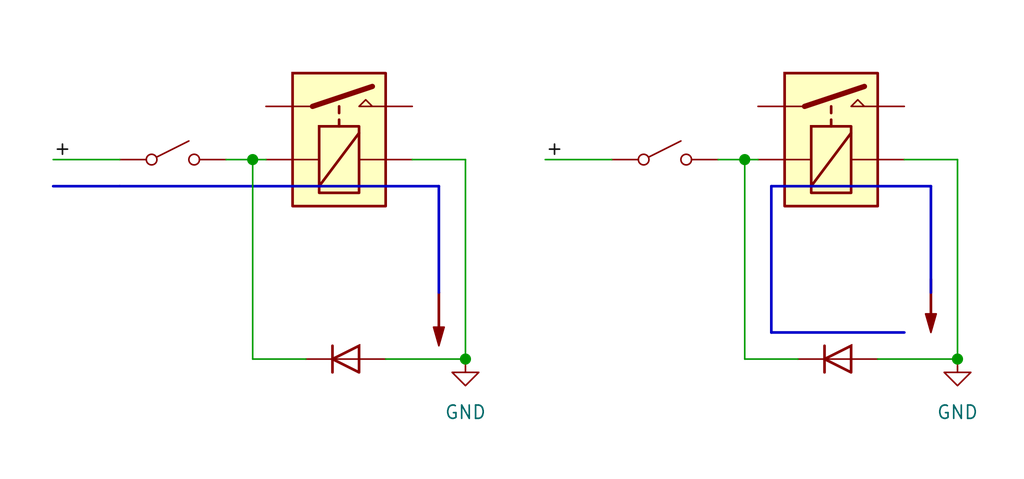
<source format=kicad_sch>
(kicad_sch (version 20250114) (generator "eeschema") (generator_version "9.0")
  (paper "User" 97.79 45.72)
  (lib_symbols
    (symbol "4PDT_1" (pin_numbers (hide yes)) (pin_names (hide yes))
      (symbol "4PDT_1_0_1"
        (rectangle (start 5.08 -10.795) (end 13.97 -23.495) (stroke (width 0.254)) (fill (type background)))
        (polyline (pts (xy 5.08 -13.97) (xy 6.985 -13.97)))
        (polyline (pts (xy 5.08 -19.05) (xy 7.62 -19.05)))
        (polyline (pts (xy 6.985 -13.97) (xy 12.7 -12.065)) (stroke (width 0.508)))
        (polyline (pts (xy 7.62 -21.59) (xy 11.43 -16.51)) (stroke (width 0.254)))
        (polyline (pts (xy 9.525 -14.605) (xy 9.525 -13.97)) (stroke (width 0.254)))
        (polyline (pts (xy 9.525 -15.875) (xy 9.525 -15.24)) (stroke (width 0.254)))
        (polyline (pts (xy 11.43 -19.05) (xy 13.97 -19.05)))
        (polyline (pts (xy 13.97 -13.97) (xy 11.43 -13.97) (xy 12.065 -13.335) (xy 12.7 -13.97)))
      )
      (symbol "4PDT_1_1_1"
        (rectangle (start 11.43 -15.875) (end 7.62 -22.225) (stroke (width 0.254)))
        (pin passive line (at 2.54 -13.97 0) (length 2.54) (name "") (number "12"))
        (pin passive line (at 2.54 -19.05 0) (length 2.54) (name "") (number "14"))
        (pin passive line (at 16.51 -13.97 180) (length 2.54) (name "") (number "8"))
        (pin passive line (at 16.51 -19.05 180) (length 2.54) (name "") (number "13"))
      )
    )
    (symbol "Diode:1N4148" (pin_numbers (hide yes)) (pin_names (hide yes))
      (property "Reference" "D" (at 0 2.54 0))
      (property "Value" "1N4148" (at 0 -2.54 0))
      (symbol "1N4148_0_1"
        (polyline (pts (xy -1.27 1.27) (xy -1.27 -1.27)) (stroke (width 0.254)))
        (polyline (pts (xy 1.27 1.27) (xy 1.27 -1.27) (xy -1.27 0) (xy 1.27 1.27)) (stroke (width 0.254)))
        (polyline (pts (xy 1.27 0) (xy -1.27 0)))
      )
      (symbol "1N4148_1_1"
        (pin passive line (at -3.81 0 0) (length 2.54) (name "K") (number "1"))
        (pin passive line (at 3.81 0 180) (length 2.54) (name "A") (number "2"))
      )
    )
    (symbol "Graphic:SYM_Arrow_Normal" (in_bom no) (on_board no)
      (symbol "SYM_Arrow_Normal_0_1"
        (polyline (pts (xy 1.524 0) (xy -2.54 0)) (stroke (width 0.254)))
        (polyline (pts (xy 2.54 0) (xy 0.762 -0.508) (xy 0.762 0.508) (xy 2.54 0)) (fill (type outline)))
      )
    )
    (symbol "SW_DPST_x2_1" (pin_numbers (hide yes)) (pin_names (offset 0) (hide yes))
      (property "Reference" "SW" (at 0 3.175 0))
      (property "Value" "SW_DPST_x2" (at 0 -2.54 0))
      (symbol "SW_DPST_x2_1_0_0"
        (circle (center -2.032 0) (radius 0.508))
        (polyline (pts (xy -1.524 0.254) (xy 1.524 1.778)))
        (circle (center 2.032 0) (radius 0.508))
      )
      (symbol "SW_DPST_x2_1_1_1"
        (pin passive line (at -5.08 0 0) (length 2.54) (name "A") (number "1"))
        (pin passive line (at 5.08 0 180) (length 2.54) (name "B") (number "2"))
      )
      (symbol "SW_DPST_x2_1_2_1"
        (pin passive line (at -5.08 0 0) (length 2.54) (name "A") (number "3"))
        (pin passive line (at 5.08 0 180) (length 2.54) (name "B") (number "4"))
      )
    )
    (symbol "Switch:SW_DPST_x2" (pin_numbers (hide yes)) (pin_names (offset 0) (hide yes))
      (property "Reference" "SW" (at 0 3.175 0))
      (property "Value" "SW_DPST_x2" (at 0 -2.54 0))
      (symbol "SW_DPST_x2_0_0"
        (circle (center -2.032 0) (radius 0.508))
        (polyline (pts (xy -1.524 0.254) (xy 1.524 1.778)))
        (circle (center 2.032 0) (radius 0.508))
      )
      (symbol "SW_DPST_x2_1_1"
        (pin passive line (at -5.08 0 0) (length 2.54) (name "A") (number "1"))
        (pin passive line (at 5.08 0 180) (length 2.54) (name "B") (number "2"))
      )
      (symbol "SW_DPST_x2_2_1"
        (pin passive line (at -5.08 0 0) (length 2.54) (name "A") (number "3"))
        (pin passive line (at 5.08 0 180) (length 2.54) (name "B") (number "4"))
      )
    )
    (symbol "power:GND" (power) (pin_numbers (hide yes)) (pin_names (offset 0) (hide yes))
      (property "Value" "GND" (at 0 -3.81 0))
      (symbol "GND_0_1"
        (polyline (pts (xy 0 0) (xy 0 -1.27) (xy 1.27 -1.27) (xy 0 -2.54) (xy -1.27 -1.27) (xy 0 -1.27)))
      )
      (symbol "GND_1_1"
        (pin power_in line (at 0 0 270) (length 0) (name "~") (number "1"))
      )
    )
  )
  (junction (at 71.12 15.24))
  (junction (at 44.45 34.29))
  (junction (at 24.13 15.24))
  (junction (at 91.44 34.29))
  (wire (pts (xy 29.21 34.29) (xy 24.13 34.29)))
  (wire (pts (xy 36.83 34.29) (xy 44.45 34.29)))
  (wire (pts (xy 52.07 15.24) (xy 58.42 15.24)))
  (wire (pts (xy 24.13 34.29) (xy 24.13 15.24)))
  (wire (pts (xy 71.12 15.24) (xy 72.39 15.24)))
  (wire (pts (xy 68.58 15.24) (xy 71.12 15.24)))
  (wire (pts (xy 44.45 15.24) (xy 44.45 34.29)))
  (polyline (pts (xy 41.91 17.78) (xy 41.91 27.94)) (stroke (width 0.254) (type solid)))
  (polyline (pts (xy 73.66 17.78) (xy 73.66 31.75)) (stroke (width 0.254) (type solid)))
  (wire (pts (xy 71.12 34.29) (xy 71.12 15.24)))
  (wire (pts (xy 21.59 15.24) (xy 24.13 15.24)))
  (wire (pts (xy 24.13 15.24) (xy 25.4 15.24)))
  (wire (pts (xy 83.82 34.29) (xy 91.44 34.29)))
  (wire (pts (xy 44.45 15.24) (xy 39.37 15.24)))
  (wire (pts (xy 76.2 34.29) (xy 71.12 34.29)))
  (wire (pts (xy 91.44 15.24) (xy 86.36 15.24)))
  (wire (pts (xy 5.08 15.24) (xy 11.43 15.24)))
  (polyline (pts (xy 73.66 17.78) (xy 88.9 17.78)) (stroke (width 0.254) (type solid)))
  (polyline (pts (xy 88.9 17.78) (xy 88.9 27.94)) (stroke (width 0.254) (type solid)))
  (polyline (pts (xy 5.08 17.78) (xy 11.43 17.78)) (stroke (width 0.254) (type solid)))
  (polyline (pts (xy 11.43 17.78) (xy 41.91 17.78)) (stroke (width 0.254) (type solid)))
  (wire (pts (xy 91.44 15.24) (xy 91.44 34.29)))
  (polyline (pts (xy 73.66 31.75) (xy 86.36 31.75)) (stroke (width 0.254) (type solid)))
  (label "+" (at 52.07 15.24 0))
  (label "+" (at 5.08 15.24 0))
  (symbol (lib_id "power:GND") (at 91.44 34.29 0) (unit 1)
    (property "Reference" "#PWR02" (effects (hide yes)))
    (property "Value" "GND" (at 91.44 39.37 0))
    (property "Description" "Power symbol creates a global label with name \"GND\" , ground" (effects (hide yes)))
  )
  (symbol (lib_name "4PDT_1") (lib_id "relay:4PDT") (at 22.86 -3.81 0) (unit 1)
    (property "Reference" "K2" (effects (hide yes)))
    (property "Value" "4PDT" (effects (hide yes)))
    (property "Footprint" "relay:MY4N socket" (effects (hide yes)))
    (property "Datasheet" "https://edata.omron.com.au/eData/Relays/J111-E1-03.pdf" (effects (hide yes)))
  )
  (symbol (lib_name "4PDT_1") (lib_id "relay:4PDT") (at 69.85 -3.81 0) (unit 1)
    (property "Reference" "K3" (effects (hide yes)))
    (property "Value" "4PDT" (effects (hide yes)))
    (property "Footprint" "relay:MY4N socket" (effects (hide yes)))
    (property "Datasheet" "https://edata.omron.com.au/eData/Relays/J111-E1-03.pdf" (effects (hide yes)))
  )
  (symbol (lib_id "Diode:1N4148") (at 80.01 34.29 0) (unit 1)
    (property "Reference" "D2" (effects (hide yes)))
    (property "Value" "1N4148" (effects (hide yes)))
    (property "Footprint" "Diode_THT:D_DO-35_SOD27_P7.62mm_Horizontal" (effects (hide yes)))
    (property "Datasheet" "https://assets.nexperia.com/documents/data-sheet/1N4148_1N4448.pdf" (effects (hide yes)))
    (property "Description" "100V 0.15A standard switching diode, DO-35" (effects (hide yes)))
    (property "Sim.Device" "D" (effects (hide yes)))
    (property "Sim.Pins" "1=K 2=A" (effects (hide yes)))
  )
  (symbol (lib_id "power:GND") (at 44.45 34.29 0) (unit 1)
    (property "Reference" "#PWR01" (effects (hide yes)))
    (property "Value" "GND" (at 44.45 39.37 0))
    (property "Description" "Power symbol creates a global label with name \"GND\" , ground" (effects (hide yes)))
  )
  (symbol (lib_id "Switch:SW_DPST_x2") (at 63.5 15.24 0) (unit 1)
    (property "Reference" "SW2" (effects (hide yes)))
    (property "Value" "SW_DPST_x2" (effects (hide yes)))
    (property "Description" "Single Pole Single Throw (SPST) switch, separate symbol" (effects (hide yes)))
  )
  (symbol (lib_id "Graphic:SYM_Arrow_Normal") (at 88.9 29.21 270) (unit 1) (exclude_from_sim yes) (in_bom no) (on_board no)
    (property "Reference" "#SYM2" (effects (hide yes)))
    (property "Value" "SYM_Arrow_Normal" (effects (hide yes)))
    (property "Description" "Filled arrow, 200mil" (effects (hide yes)))
  )
  (symbol (lib_id "Graphic:SYM_Arrow_Normal") (at 41.91 30.48 270) (unit 1) (exclude_from_sim yes) (in_bom no) (on_board no)
    (property "Reference" "#SYM1" (effects (hide yes)))
    (property "Value" "SYM_Arrow_Normal" (effects (hide yes)))
    (property "Description" "Filled arrow, 200mil" (effects (hide yes)))
  )
  (symbol (lib_id "Diode:1N4148") (at 33.02 34.29 0) (unit 1)
    (property "Reference" "D1" (effects (hide yes)))
    (property "Value" "1N4148" (effects (hide yes)))
    (property "Footprint" "Diode_THT:D_DO-35_SOD27_P7.62mm_Horizontal" (effects (hide yes)))
    (property "Datasheet" "https://assets.nexperia.com/documents/data-sheet/1N4148_1N4448.pdf" (effects (hide yes)))
    (property "Description" "100V 0.15A standard switching diode, DO-35" (effects (hide yes)))
    (property "Sim.Device" "D" (effects (hide yes)))
    (property "Sim.Pins" "1=K 2=A" (effects (hide yes)))
  )
  (symbol (lib_name "SW_DPST_x2_1") (lib_id "Switch:SW_DPST_x2") (at 16.51 15.24 0) (unit 1)
    (property "Reference" "SW1" (effects (hide yes)))
    (property "Value" "SW_DPST_x2" (effects (hide yes)))
    (property "Description" "Single Pole Single Throw (SPST) switch, separate symbol" (effects (hide yes)))
  )
)
</source>
